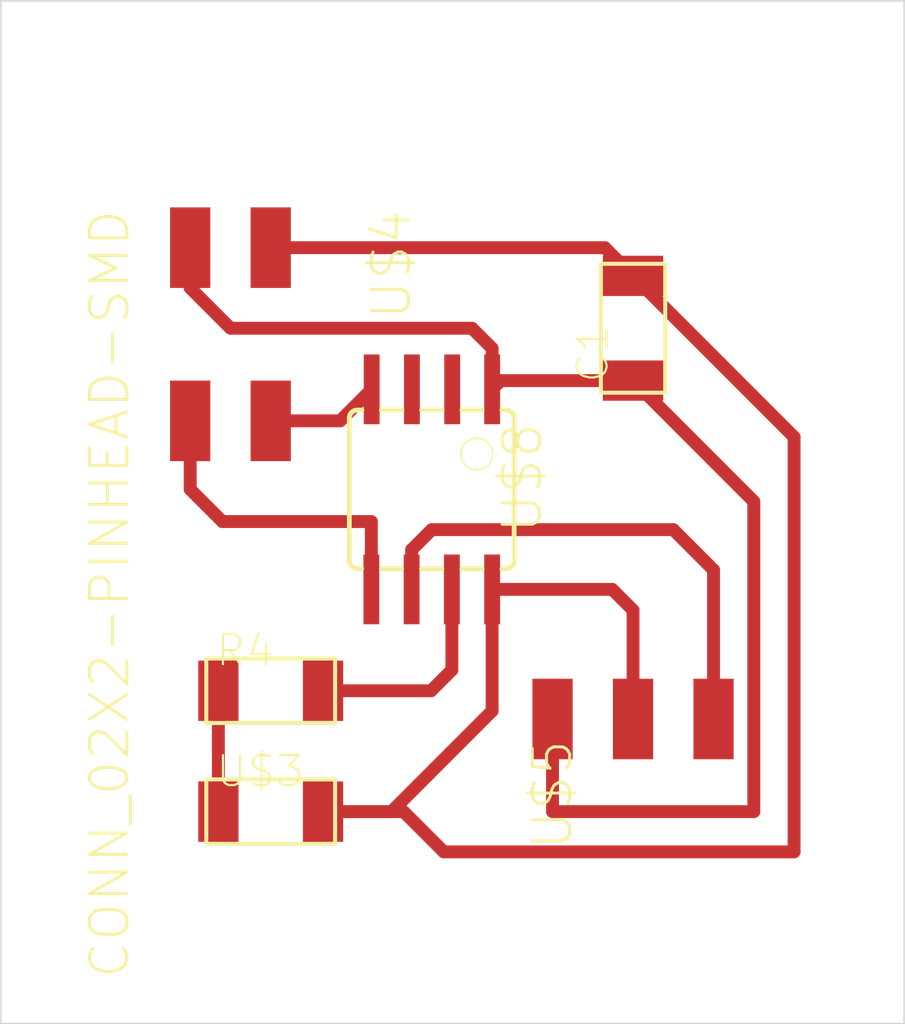
<source format=kicad_pcb>
(kicad_pcb (version 20211014) (generator pcbnew)
  (layers (0 "F.Cu" signal) (31 "B.Cu" signal) (34 "B.Paste" user) (35 "F.Paste" user) (36 "B.SilkS" user "B.Silkscreen") (37 "F.SilkS" user "F.Silkscreen") (38 "B.Mask" user) (39 "F.Mask" user) (44 "Edge.Cuts" user))
  (net 0 "")
  (net 1 "GND")
  (net 2 "VCC")
  (net 3 "TX")
  (net 4 "RX")
  (net 5 "PA6")
  (net 6 "PA7")
  (net 7 "UPDI")
  (net 8 "PA3")
  (net 9 "N$1")
  (footprint "ATtiny412_networking_node:R1206FAB" (layer "F.Cu") (at 121.765 103.004)
    (fp_text reference "R4" (at -1.778 -1.27) (layer "F.SilkS") (effects (font (size 0.946912 0.946912) (thickness 0.069088)) (justify left)))
    (fp_text value "1K")
    (fp_line (start -2.032 -1.016) (end 2.032 -1.016) (layer "F.SilkS") (width 0.127))
    (fp_line (start 2.032 1.016) (end -2.032 1.016) (layer "F.SilkS") (width 0.127))
    (fp_line (start -2.032 1.016) (end -2.032 -1.016) (layer "F.SilkS") (width 0.127))
    (fp_line (start 2.032 -1.016) (end 2.032 1.016) (layer "F.SilkS") (width 0.127))
    (pad "1" smd rect (at -1.651 0) (size 1.27 1.905) (layers "F.Cu" "F.Paste" "F.Mask") (net 9 "N$1"))
    (pad "2" smd rect (at 1.651 0) (size 1.27 1.905) (layers "F.Cu" "F.Paste" "F.Mask") (net 8 "PA3"))
  )
  (footprint "ATtiny412_networking_node:LED1206FAB" (layer "F.Cu") (at 121.765 106.814)
    (fp_text reference "U$3" (at -1.778 -1.27) (layer "F.SilkS") (effects (font (size 0.946912 0.946912) (thickness 0.069088)) (justify left)))
    (fp_text value "LEDFAB1206")
    (fp_line (start 2.032 -1.016) (end 2.032 1.016) (layer "F.SilkS") (width 0.127))
    (fp_line (start -2.032 -1.016) (end 2.032 -1.016) (layer "F.SilkS") (width 0.127))
    (fp_line (start 2.032 1.016) (end -2.032 1.016) (layer "F.SilkS") (width 0.127))
    (fp_line (start -2.032 1.016) (end -2.032 -1.016) (layer "F.SilkS") (width 0.127))
    (pad "1" smd rect (at -1.651 0) (size 1.27 1.905) (layers "F.Cu" "F.Paste" "F.Mask") (net 9 "N$1"))
    (pad "2" smd rect (at 1.651 0) (size 1.27 1.905) (layers "F.Cu" "F.Paste" "F.Mask") (net 1 "GND"))
  )
  (footprint "ATtiny412_networking_node:SPDTSWITCH" (layer "F.Cu") (at 133.195 104.274 90)
    (fp_text reference "U$5" (at -3.81 -2.54 90) (layer "F.SilkS") (effects (font (size 1.176528 1.176528) (thickness 0.093472)) (justify left)))
    (fp_text value "SPDTSWITCH" hide)
    (pad "1" smd rect (at 0.38 -2.54 90) (size 2.54 1.27) (layers "F.Cu" "F.Paste" "F.Mask") (net 2 "VCC"))
    (pad "2" smd rect (at 0.38 0 90) (size 2.54 1.27) (layers "F.Cu" "F.Paste" "F.Mask") (net 1 "GND"))
    (pad "3" smd rect (at 0.38 2.54 90) (size 2.54 1.27) (layers "F.Cu" "F.Paste" "F.Mask") (net 7 "UPDI"))
  )
  (footprint "ATtiny412_networking_node:SOIC8" (layer "F.Cu") (at 126.845 96.654 180)
    (fp_text reference "U$8" (at -2.8575 2.159 90) (layer "F.SilkS") (effects (font (size 1.17856 1.17856) (thickness 0.09144)) (justify right)))
    (fp_text value "UC_ATTINY45SI" hide)
    (fp_line (start -2.6 -2.25) (end -2.6 2.24) (layer "F.SilkS") (width 0.1524))
    (fp_line (start -1.59 -2.5) (end -0.95 -2.5) (layer "F.SilkS") (width 0.1524))
    (fp_line (start 2.2 2.5) (end 2.33 2.5) (layer "F.SilkS") (width 0.1524))
    (fp_line (start 1.59 2.5) (end 0.94 2.5) (layer "F.SilkS") (width 0.1524))
    (fp_line (start -0.32 -2.5) (end 0.32 -2.5) (layer "F.SilkS") (width 0.1524))
    (fp_line (start -2.21 -2.5) (end -2.34 -2.5) (layer "F.SilkS") (width 0.1524))
    (fp_line (start -2.21 2.5) (end -2.34 2.5) (layer "F.SilkS") (width 0.1524))
    (fp_line (start 0.95 -2.5) (end 1.59 -2.5) (layer "F.SilkS") (width 0.1524))
    (fp_line (start 2.6 2.25) (end 2.6 -2.25) (layer "F.SilkS") (width 0.1524))
    (fp_line (start 2.21 -2.5) (end 2.36 -2.5) (layer "F.SilkS") (width 0.1524))
    (fp_line (start 0.32 2.5) (end -0.33 2.5) (layer "F.SilkS") (width 0.1524))
    (fp_line (start -0.95 2.5) (end -1.59 2.5) (layer "F.SilkS") (width 0.1524))
    (fp_arc (start -2.35 2.5) (mid -2.526777 2.426777) (end -2.6 2.25) (layer "F.SilkS") (width 0.1524))
    (fp_arc (start 2.6 2.25) (mid 2.526777 2.426777) (end 2.35 2.5) (layer "F.SilkS") (width 0.1524))
    (fp_arc (start 2.35 -2.5) (mid 2.526777 -2.426777) (end 2.6 -2.25) (layer "F.SilkS") (width 0.1524))
    (fp_arc (start -2.6 -2.25) (mid -2.526777 -2.426777) (end -2.35 -2.5) (layer "F.SilkS") (width 0.1524))
    (fp_circle (center -1.42 1.115) (end -0.92 1.115) (layer "F.SilkS") (width 0.0508) (fill none))
    (pad "1" smd rect (at -1.905 3.154 180) (size 0.5 2.2) (layers "F.Cu" "F.Paste" "F.Mask") (net 2 "VCC"))
    (pad "2" smd rect (at -0.645 3.154 180) (size 0.5 2.2) (layers "F.Cu" "F.Paste" "F.Mask") (net 5 "PA6"))
    (pad "3" smd rect (at 0.625 3.154 180) (size 0.5 2.2) (layers "F.Cu" "F.Paste" "F.Mask") (net 6 "PA7"))
    (pad "4" smd rect (at 1.895 3.154 180) (size 0.5 2.2) (layers "F.Cu" "F.Paste" "F.Mask") (net 4 "RX"))
    (pad "5" smd rect (at 1.905 -3.154 180) (size 0.5 2.2) (layers "F.Cu" "F.Paste" "F.Mask") (net 3 "TX"))
    (pad "6" smd rect (at 0.635 -3.154 180) (size 0.5 2.2) (layers "F.Cu" "F.Paste" "F.Mask") (net 7 "UPDI"))
    (pad "7" smd rect (at -0.635 -3.154 180) (size 0.5 2.2) (layers "F.Cu" "F.Paste" "F.Mask") (net 8 "PA3"))
    (pad "8" smd rect (at -1.905 -3.154 180) (size 0.5 2.2) (layers "F.Cu" "F.Paste" "F.Mask") (net 1 "GND"))
  )
  (footprint "ATtiny412_networking_node:C1206FAB" (layer "F.Cu") (at 133.195 91.574 90)
    (fp_text reference "C1" (at -1.778 -1.27 90) (layer "F.SilkS") (effects (font (size 0.946912 0.946912) (thickness 0.069088)) (justify left)))
    (fp_text value "1uF")
    (fp_line (start 2.032 1.016) (end -2.032 1.016) (layer "F.SilkS") (width 0.127))
    (fp_line (start -2.032 -1.016) (end 2.032 -1.016) (layer "F.SilkS") (width 0.127))
    (fp_line (start 2.032 -1.016) (end 2.032 1.016) (layer "F.SilkS") (width 0.127))
    (fp_line (start -2.032 1.016) (end -2.032 -1.016) (layer "F.SilkS") (width 0.127))
    (pad "1" smd rect (at -1.651 0 90) (size 1.27 1.905) (layers "F.Cu" "F.Paste" "F.Mask") (net 2 "VCC"))
    (pad "2" smd rect (at 1.651 0 90) (size 1.27 1.905) (layers "F.Cu" "F.Paste" "F.Mask") (net 1 "GND"))
  )
  (footprint "ATtiny412_networking_node:2X02SMD" (layer "F.Cu") (at 120.495 91.574 -90)
    (fp_text reference "U$4" (at -3.81 -5.08 90) (layer "F.SilkS") (effects (font (size 1.176528 1.176528) (thickness 0.093472)) (justify right)))
    (fp_text value "CONN_02X2-PINHEAD-SMD" (at -3.81 3.81 90) (layer "F.SilkS") (effects (font (size 1.176528 1.176528) (thickness 0.093472)) (justify right)))
    (pad "1" smd rect (at -2.54 -1.27 270) (size 2.54 1.27) (layers "F.Cu" "F.Paste" "F.Mask") (net 1 "GND"))
    (pad "2" smd rect (at 2.92 -1.27 270) (size 2.54 1.27) (layers "F.Cu" "F.Paste" "F.Mask") (net 4 "RX"))
    (pad "3" smd rect (at -2.54 1.27 270) (size 2.54 1.27) (layers "F.Cu" "F.Paste" "F.Mask") (net 2 "VCC"))
    (pad "4" smd rect (at 2.92 1.27 270) (size 2.54 1.27) (layers "F.Cu" "F.Paste" "F.Mask") (net 3 "TX"))
  )
  (gr_rect (start 141.75 81.25) (end 113.25 113.5) (layer "Edge.Cuts") (width 0.05) (fill none))
  (segment (start 132.306 89.034) (end 133.195 89.923) (width 0.4064) (layer "F.Cu") (net 1))
  (segment (start 121.765 89.034) (end 132.306 89.034) (width 0.4064) (layer "F.Cu") (net 1))
  (segment (start 138.275 108.084) (end 127.226 108.084) (width 0.4064) (layer "F.Cu") (net 1))
  (segment (start 128.75 103.639) (end 128.75 99.808) (width 0.4064) (layer "F.Cu") (net 1))
  (segment (start 132.539 99.808) (end 133.195 100.464) (width 0.4064) (layer "F.Cu") (net 1))
  (segment (start 127.226 108.084) (end 125.956 106.814) (width 0.4064) (layer "F.Cu") (net 1))
  (segment (start 138.275 95.003) (end 133.195 89.923) (width 0.4064) (layer "F.Cu") (net 1))
  (segment (start 123.416 106.814) (end 125.956 106.814) (width 0.4064) (layer "F.Cu") (net 1))
  (segment (start 125.575 106.814) (end 128.75 103.639) (width 0.4064) (layer "F.Cu") (net 1))
  (segment (start 133.475 89.643) (end 133.195 89.923) (width 0.4064) (layer "F.Cu") (net 1))
  (segment (start 138.275 108.084) (end 138.275 95.003) (width 0.4064) (layer "F.Cu") (net 1))
  (segment (start 128.75 99.808) (end 132.539 99.808) (width 0.4064) (layer "F.Cu") (net 1))
  (segment (start 133.195 100.464) (end 133.195 103.894) (width 0.4064) (layer "F.Cu") (net 1))
  (segment (start 123.416 106.814) (end 125.575 106.814) (width 0.4064) (layer "F.Cu") (net 1))
  (segment (start 129.025 93.225) (end 133.195 93.225) (width 0.4064) (layer "F.Cu") (net 2))
  (segment (start 137.005 106.814) (end 130.655 106.814) (width 0.4064) (layer "F.Cu") (net 2))
  (segment (start 120.495 91.574) (end 119.225 90.304) (width 0.4064) (layer "F.Cu") (net 2))
  (segment (start 128.75 93.5) (end 128.75 92.209) (width 0.4064) (layer "F.Cu") (net 2))
  (segment (start 130.655 106.814) (end 130.655 103.894) (width 0.4064) (layer "F.Cu") (net 2))
  (segment (start 133.195 93.225) (end 133.576 92.844) (width 0.4064) (layer "F.Cu") (net 2))
  (segment (start 128.115 91.574) (end 120.495 91.574) (width 0.4064) (layer "F.Cu") (net 2))
  (segment (start 128.75 92.209) (end 128.115 91.574) (width 0.4064) (layer "F.Cu") (net 2))
  (segment (start 128.75 93.5) (end 129.025 93.225) (width 0.4064) (layer "F.Cu") (net 2))
  (segment (start 133.195 93.225) (end 137.005 97.035) (width 0.4064) (layer "F.Cu") (net 2))
  (segment (start 137.005 97.035) (end 137.005 106.814) (width 0.4064) (layer "F.Cu") (net 2))
  (segment (start 119.225 90.304) (end 119.225 89.034) (width 0.4064) (layer "F.Cu") (net 2))
  (segment (start 124.94 97.669) (end 124.94 99.808) (width 0.4064) (layer "F.Cu") (net 3))
  (segment (start 119.225 96.654) (end 120.24 97.669) (width 0.4064) (layer "F.Cu") (net 3))
  (segment (start 119.225 94.494) (end 119.225 96.654) (width 0.4064) (layer "F.Cu") (net 3))
  (segment (start 120.24 97.669) (end 124.94 97.669) (width 0.4064) (layer "F.Cu") (net 3))
  (segment (start 123.956 94.494) (end 121.765 94.494) (width 0.4064) (layer "F.Cu") (net 4))
  (segment (start 124.95 93.5) (end 123.956 94.494) (width 0.4064) (layer "F.Cu") (net 4))
  (segment (start 126.21 98.559) (end 126.845 97.924) (width 0.4064) (layer "F.Cu") (net 7))
  (segment (start 134.465 97.924) (end 135.735 99.194) (width 0.4064) (layer "F.Cu") (net 7))
  (segment (start 126.21 99.808) (end 126.21 98.559) (width 0.4064) (layer "F.Cu") (net 7))
  (segment (start 135.735 99.194) (end 135.735 103.894) (width 0.4064) (layer "F.Cu") (net 7))
  (segment (start 126.845 97.924) (end 134.465 97.924) (width 0.4064) (layer "F.Cu") (net 7))
  (segment (start 127.48 102.348) (end 126.824 103.004) (width 0.4064) (layer "F.Cu") (net 8))
  (segment (start 127.48 99.808) (end 127.48 102.348) (width 0.4064) (layer "F.Cu") (net 8))
  (segment (start 126.824 103.004) (end 123.416 103.004) (width 0.4064) (layer "F.Cu") (net 8))
  (segment (start 120.114 103.004) (end 120.114 106.814) (width 0.4064) (layer "F.Cu") (net 9))
)
</source>
